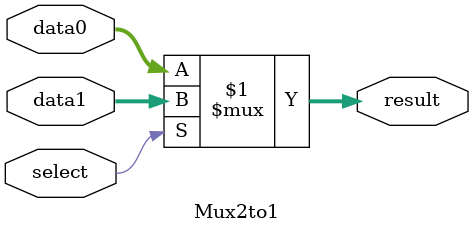
<source format=sv>
`timescale 1ns / 1ps

/*
    File Name: Mux2to1.v
    Description: 2 to 1 Mux
    Created by (Author Name): 
    Creation Date:  8/31/2023
    Contributors: 
    Last Modified Date: 8/31/2023
    Version: 1.0
    Copyright (c) Orion VLSI Technologies, 2023
    This unpublished material is proprietary to Orion VLSI Technologies.
    All Rights Reserved Worldwide.
    Anything described herein is considered business secrets and confidential.
    Reproduction or distribution, in whole or in part, is
    forbidden except by express written permission of Orion VLSI Technologies.
*/

module Mux2to1(
    output wire [31:0] result,
    input wire [31:0] data0,
    input wire [31:0] data1,
    input wire select
);
    assign result = select ? data1 : data0;
endmodule

</source>
